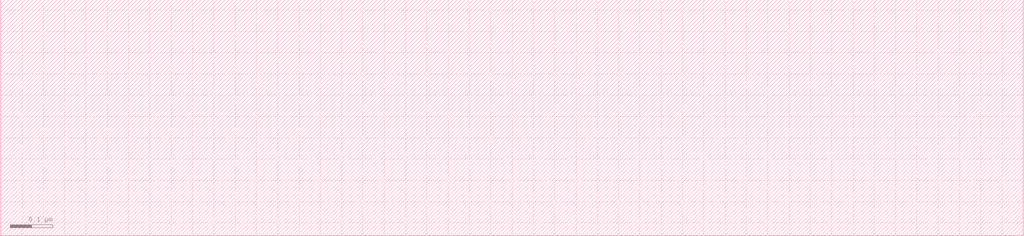
<source format=lef>
# Copyright 2020 The SkyWater PDK Authors
#
# Licensed under the Apache License, Version 2.0 (the "License");
# you may not use this file except in compliance with the License.
# You may obtain a copy of the License at
#
#     https://www.apache.org/licenses/LICENSE-2.0
#
# Unless required by applicable law or agreed to in writing, software
# distributed under the License is distributed on an "AS IS" BASIS,
# WITHOUT WARRANTIES OR CONDITIONS OF ANY KIND, either express or implied.
# See the License for the specific language governing permissions and
# limitations under the License.
#
# SPDX-License-Identifier: Apache-2.0

VERSION 5.7 ;
  NOWIREEXTENSIONATPIN ON ;
  DIVIDERCHAR "/" ;
  BUSBITCHARS "[]" ;
MACRO sky130_fd_bd_sram__sram_dp_horstrap_p1m_siz
  CLASS BLOCK ;
  FOREIGN sky130_fd_bd_sram__sram_dp_horstrap_p1m_siz ;
  ORIGIN  0.000000 -0.120000 ;
  SIZE  2.400000 BY  0.555000 ;
END sky130_fd_bd_sram__sram_dp_horstrap_p1m_siz
END LIBRARY

</source>
